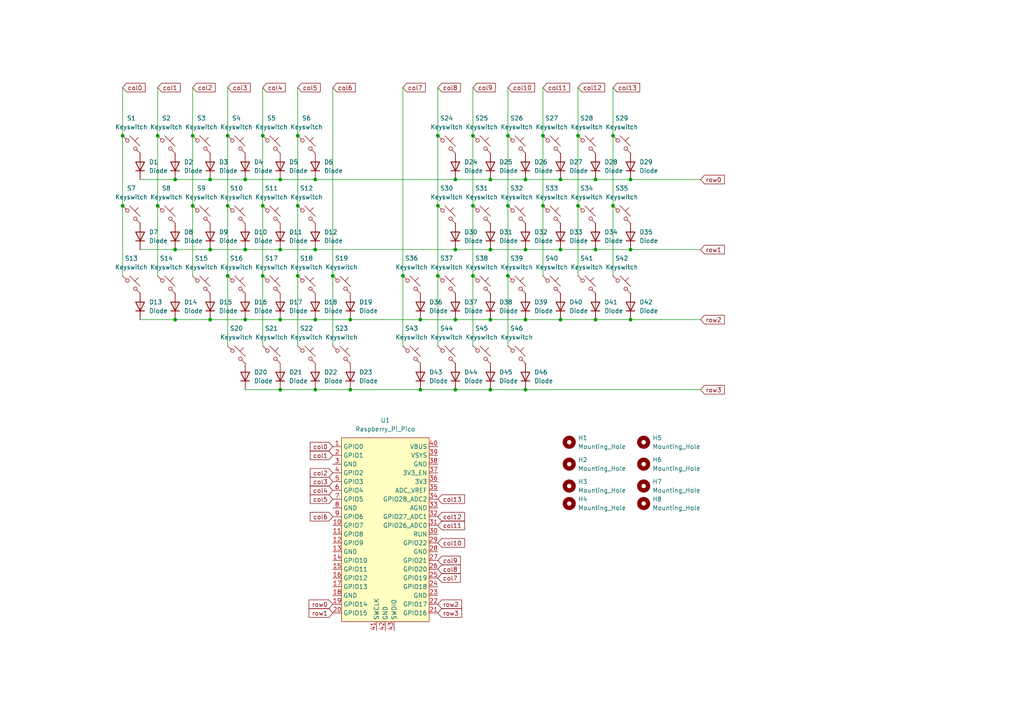
<source format=kicad_sch>
(kicad_sch (version 20230121) (generator eeschema)
  (paper "A4")
  (lib_symbols
    (symbol "ScottoKeebs:MCU_Raspberry_Pi_Pico"
      (property "Reference" "U" (at 0 0 0))
      (property "Value" "Raspberry_Pi_Pico" (at 0 27.94 0))
      (symbol "MCU_Raspberry_Pi_Pico_0_1"
        (rectangle (start -12.7 26.67) (end 12.7 -26.67) (fill (type background)))
      )
      (symbol "MCU_Raspberry_Pi_Pico_1_1"
        (pin bidirectional line (at -15.24 24.13 0) (length 2.54) (name "GPIO0") (number "1"))
        (pin bidirectional line (at -15.24 1.27 0) (length 2.54) (name "GPIO7") (number "10"))
        (pin bidirectional line (at -15.24 -1.27 0) (length 2.54) (name "GPIO8") (number "11"))
        (pin bidirectional line (at -15.24 -3.81 0) (length 2.54) (name "GPIO9") (number "12"))
        (pin power_in line (at -15.24 -6.35 0) (length 2.54) (name "GND") (number "13"))
        (pin bidirectional line (at -15.24 -8.89 0) (length 2.54) (name "GPIO10") (number "14"))
        (pin bidirectional line (at -15.24 -11.43 0) (length 2.54) (name "GPIO11") (number "15"))
        (pin bidirectional line (at -15.24 -13.97 0) (length 2.54) (name "GPIO12") (number "16"))
        (pin bidirectional line (at -15.24 -16.51 0) (length 2.54) (name "GPIO13") (number "17"))
        (pin power_in line (at -15.24 -19.05 0) (length 2.54) (name "GND") (number "18"))
        (pin bidirectional line (at -15.24 -21.59 0) (length 2.54) (name "GPIO14") (number "19"))
        (pin bidirectional line (at -15.24 21.59 0) (length 2.54) (name "GPIO1") (number "2"))
        (pin bidirectional line (at -15.24 -24.13 0) (length 2.54) (name "GPIO15") (number "20"))
        (pin bidirectional line (at 15.24 -24.13 180) (length 2.54) (name "GPIO16") (number "21"))
        (pin bidirectional line (at 15.24 -21.59 180) (length 2.54) (name "GPIO17") (number "22"))
        (pin power_in line (at 15.24 -19.05 180) (length 2.54) (name "GND") (number "23"))
        (pin bidirectional line (at 15.24 -16.51 180) (length 2.54) (name "GPIO18") (number "24"))
        (pin bidirectional line (at 15.24 -13.97 180) (length 2.54) (name "GPIO19") (number "25"))
        (pin bidirectional line (at 15.24 -11.43 180) (length 2.54) (name "GPIO20") (number "26"))
        (pin bidirectional line (at 15.24 -8.89 180) (length 2.54) (name "GPIO21") (number "27"))
        (pin power_in line (at 15.24 -6.35 180) (length 2.54) (name "GND") (number "28"))
        (pin bidirectional line (at 15.24 -3.81 180) (length 2.54) (name "GPIO22") (number "29"))
        (pin power_in line (at -15.24 19.05 0) (length 2.54) (name "GND") (number "3"))
        (pin input line (at 15.24 -1.27 180) (length 2.54) (name "RUN") (number "30"))
        (pin bidirectional line (at 15.24 1.27 180) (length 2.54) (name "GPIO26_ADC0") (number "31"))
        (pin bidirectional line (at 15.24 3.81 180) (length 2.54) (name "GPIO27_ADC1") (number "32"))
        (pin power_in line (at 15.24 6.35 180) (length 2.54) (name "AGND") (number "33"))
        (pin bidirectional line (at 15.24 8.89 180) (length 2.54) (name "GPIO28_ADC2") (number "34"))
        (pin power_in line (at 15.24 11.43 180) (length 2.54) (name "ADC_VREF") (number "35"))
        (pin power_in line (at 15.24 13.97 180) (length 2.54) (name "3V3") (number "36"))
        (pin input line (at 15.24 16.51 180) (length 2.54) (name "3V3_EN") (number "37"))
        (pin bidirectional line (at 15.24 19.05 180) (length 2.54) (name "GND") (number "38"))
        (pin power_in line (at 15.24 21.59 180) (length 2.54) (name "VSYS") (number "39"))
        (pin bidirectional line (at -15.24 16.51 0) (length 2.54) (name "GPIO2") (number "4"))
        (pin power_in line (at 15.24 24.13 180) (length 2.54) (name "VBUS") (number "40"))
        (pin input line (at -2.54 -29.21 90) (length 2.54) (name "SWCLK") (number "41"))
        (pin power_in line (at 0 -29.21 90) (length 2.54) (name "GND") (number "42"))
        (pin bidirectional line (at 2.54 -29.21 90) (length 2.54) (name "SWDIO") (number "43"))
        (pin bidirectional line (at -15.24 13.97 0) (length 2.54) (name "GPIO3") (number "5"))
        (pin bidirectional line (at -15.24 11.43 0) (length 2.54) (name "GPIO4") (number "6"))
        (pin bidirectional line (at -15.24 8.89 0) (length 2.54) (name "GPIO5") (number "7"))
        (pin power_in line (at -15.24 6.35 0) (length 2.54) (name "GND") (number "8"))
        (pin bidirectional line (at -15.24 3.81 0) (length 2.54) (name "GPIO6") (number "9"))
      )
    )
    (symbol "ScottoKeebs:Placeholder_Diode" (pin_numbers hide) (pin_names hide)
      (property "Reference" "D" (at 0 2.54 0))
      (property "Value" "Diode" (at 0 -2.54 0))
      (symbol "Placeholder_Diode_0_1"
        (polyline (pts (xy -1.27 1.27) (xy -1.27 -1.27)) (stroke (width 0.254)))
        (polyline (pts (xy 1.27 0) (xy -1.27 0)))
        (polyline (pts (xy 1.27 1.27) (xy 1.27 -1.27) (xy -1.27 0) (xy 1.27 1.27)) (stroke (width 0.254)))
      )
      (symbol "Placeholder_Diode_1_1"
        (pin passive line (at -3.81 0 0) (length 2.54) (name "K") (number "1"))
        (pin passive line (at 3.81 0 180) (length 2.54) (name "A") (number "2"))
      )
    )
    (symbol "ScottoKeebs:Placeholder_Keyswitch" (pin_numbers hide) (pin_names (offset 1.016) hide)
      (property "Reference" "S" (at 3.048 1.016 0))
      (property "Value" "Keyswitch" (at 0 -3.81 0))
      (symbol "Placeholder_Keyswitch_0_1"
        (circle (center -1.1684 1.1684) (radius 0.508))
        (polyline (pts (xy -0.508 2.54) (xy 2.54 -0.508)))
        (polyline (pts (xy 1.016 1.016) (xy 2.032 2.032)))
        (polyline (pts (xy -2.54 2.54) (xy -1.524 1.524) (xy -1.524 1.524)))
        (polyline (pts (xy 1.524 -1.524) (xy 2.54 -2.54) (xy 2.54 -2.54) (xy 2.54 -2.54)))
        (circle (center 1.143 -1.1938) (radius 0.508))
        (pin passive line (at -2.54 2.54 0) (length 0) (name "1") (number "1"))
        (pin passive line (at 2.54 -2.54 180) (length 0) (name "2") (number "2"))
      )
    )
    (symbol "ScottoKeebs:Placeholder_Mounting_Hole" (pin_names (offset 1.016))
      (property "Reference" "H" (at 0 5.08 0))
      (property "Value" "Mounting_Hole" (at 0 3.175 0))
      (symbol "Placeholder_Mounting_Hole_0_1"
        (circle (center 0 0) (radius 1.27) (stroke (width 1.27)))
      )
    )
  )
  (junction (at 152.4 52.07))
  (junction (at 142.24 92.71))
  (junction (at 86.36 80.01))
  (junction (at 142.24 72.39))
  (junction (at 66.04 39.37))
  (junction (at 71.12 72.39))
  (junction (at 162.56 52.07))
  (junction (at 132.08 113.03))
  (junction (at 60.96 52.07))
  (junction (at 162.56 92.71))
  (junction (at 127 39.37))
  (junction (at 137.16 59.69))
  (junction (at 182.88 52.07))
  (junction (at 167.64 39.37))
  (junction (at 132.08 72.39))
  (junction (at 152.4 92.71))
  (junction (at 121.92 113.03))
  (junction (at 81.28 52.07))
  (junction (at 182.88 92.71))
  (junction (at 147.32 80.01))
  (junction (at 60.96 72.39))
  (junction (at 86.36 59.69))
  (junction (at 91.44 72.39))
  (junction (at 45.72 59.69))
  (junction (at 142.24 52.07))
  (junction (at 66.04 59.69))
  (junction (at 50.8 72.39))
  (junction (at 121.92 92.71))
  (junction (at 76.2 59.69))
  (junction (at 76.2 39.37))
  (junction (at 71.12 92.71))
  (junction (at 132.08 52.07))
  (junction (at 81.28 72.39))
  (junction (at 157.48 39.37))
  (junction (at 66.04 80.01))
  (junction (at 71.12 52.07))
  (junction (at 152.4 113.03))
  (junction (at 167.64 59.69))
  (junction (at 152.4 72.39))
  (junction (at 45.72 39.37))
  (junction (at 35.56 39.37))
  (junction (at 50.8 92.71))
  (junction (at 142.24 113.03))
  (junction (at 55.88 59.69))
  (junction (at 127 80.01))
  (junction (at 127 59.69))
  (junction (at 172.72 52.07))
  (junction (at 147.32 39.37))
  (junction (at 55.88 39.37))
  (junction (at 91.44 92.71))
  (junction (at 116.84 80.01))
  (junction (at 147.32 59.69))
  (junction (at 35.56 59.69))
  (junction (at 86.36 39.37))
  (junction (at 81.28 113.03))
  (junction (at 96.52 80.01))
  (junction (at 162.56 72.39))
  (junction (at 177.8 59.69))
  (junction (at 177.8 39.37))
  (junction (at 60.96 92.71))
  (junction (at 81.28 92.71))
  (junction (at 137.16 39.37))
  (junction (at 132.08 92.71))
  (junction (at 172.72 92.71))
  (junction (at 172.72 72.39))
  (junction (at 182.88 72.39))
  (junction (at 50.8 52.07))
  (junction (at 101.6 92.71))
  (junction (at 137.16 80.01))
  (junction (at 101.6 113.03))
  (junction (at 91.44 113.03))
  (junction (at 91.44 52.07))
  (junction (at 157.48 59.69))
  (junction (at 76.2 80.01))
  (wire (pts (xy 66.04 25.4) (xy 66.04 39.37)))
  (wire (pts (xy 157.48 39.37) (xy 157.48 59.69)))
  (wire (pts (xy 71.12 72.39) (xy 81.28 72.39)))
  (wire (pts (xy 45.72 59.69) (xy 45.72 80.01)))
  (wire (pts (xy 121.92 92.71) (xy 132.08 92.71)))
  (wire (pts (xy 152.4 92.71) (xy 162.56 92.71)))
  (wire (pts (xy 86.36 80.01) (xy 86.36 100.33)))
  (wire (pts (xy 152.4 52.07) (xy 162.56 52.07)))
  (wire (pts (xy 177.8 39.37) (xy 177.8 59.69)))
  (wire (pts (xy 91.44 72.39) (xy 132.08 72.39)))
  (wire (pts (xy 137.16 25.4) (xy 137.16 39.37)))
  (wire (pts (xy 76.2 59.69) (xy 76.2 80.01)))
  (wire (pts (xy 96.52 80.01) (xy 96.52 100.33)))
  (wire (pts (xy 167.64 39.37) (xy 167.64 59.69)))
  (wire (pts (xy 86.36 39.37) (xy 86.36 59.69)))
  (wire (pts (xy 172.72 72.39) (xy 182.88 72.39)))
  (wire (pts (xy 116.84 25.4) (xy 116.84 80.01)))
  (wire (pts (xy 66.04 80.01) (xy 66.04 100.33)))
  (wire (pts (xy 167.64 25.4) (xy 167.64 39.37)))
  (wire (pts (xy 66.04 39.37) (xy 66.04 59.69)))
  (wire (pts (xy 137.16 39.37) (xy 137.16 59.69)))
  (wire (pts (xy 162.56 52.07) (xy 172.72 52.07)))
  (wire (pts (xy 147.32 39.37) (xy 147.32 59.69)))
  (wire (pts (xy 127 25.4) (xy 127 39.37)))
  (wire (pts (xy 137.16 80.01) (xy 137.16 100.33)))
  (wire (pts (xy 60.96 52.07) (xy 71.12 52.07)))
  (wire (pts (xy 40.64 52.07) (xy 50.8 52.07)))
  (wire (pts (xy 81.28 92.71) (xy 91.44 92.71)))
  (wire (pts (xy 45.72 39.37) (xy 45.72 59.69)))
  (wire (pts (xy 76.2 80.01) (xy 76.2 100.33)))
  (wire (pts (xy 76.2 39.37) (xy 76.2 59.69)))
  (wire (pts (xy 127 80.01) (xy 127 100.33)))
  (wire (pts (xy 91.44 92.71) (xy 101.6 92.71)))
  (wire (pts (xy 152.4 113.03) (xy 203.2 113.03)))
  (wire (pts (xy 101.6 92.71) (xy 121.92 92.71)))
  (wire (pts (xy 116.84 80.01) (xy 116.84 100.33)))
  (wire (pts (xy 50.8 92.71) (xy 60.96 92.71)))
  (wire (pts (xy 142.24 52.07) (xy 152.4 52.07)))
  (wire (pts (xy 91.44 52.07) (xy 132.08 52.07)))
  (wire (pts (xy 137.16 59.69) (xy 137.16 80.01)))
  (wire (pts (xy 50.8 72.39) (xy 60.96 72.39)))
  (wire (pts (xy 132.08 113.03) (xy 142.24 113.03)))
  (wire (pts (xy 35.56 59.69) (xy 35.56 80.01)))
  (wire (pts (xy 81.28 113.03) (xy 91.44 113.03)))
  (wire (pts (xy 45.72 25.4) (xy 45.72 39.37)))
  (wire (pts (xy 86.36 25.4) (xy 86.36 39.37)))
  (wire (pts (xy 182.88 72.39) (xy 203.2 72.39)))
  (wire (pts (xy 71.12 113.03) (xy 81.28 113.03)))
  (wire (pts (xy 50.8 52.07) (xy 60.96 52.07)))
  (wire (pts (xy 71.12 92.71) (xy 81.28 92.71)))
  (wire (pts (xy 35.56 39.37) (xy 35.56 59.69)))
  (wire (pts (xy 96.52 25.4) (xy 96.52 80.01)))
  (wire (pts (xy 76.2 25.4) (xy 76.2 39.37)))
  (wire (pts (xy 177.8 59.69) (xy 177.8 80.01)))
  (wire (pts (xy 167.64 59.69) (xy 167.64 80.01)))
  (wire (pts (xy 142.24 72.39) (xy 152.4 72.39)))
  (wire (pts (xy 147.32 25.4) (xy 147.32 39.37)))
  (wire (pts (xy 132.08 72.39) (xy 142.24 72.39)))
  (wire (pts (xy 35.56 25.4) (xy 35.56 39.37)))
  (wire (pts (xy 91.44 113.03) (xy 101.6 113.03)))
  (wire (pts (xy 55.88 25.4) (xy 55.88 39.37)))
  (wire (pts (xy 162.56 72.39) (xy 172.72 72.39)))
  (wire (pts (xy 147.32 59.69) (xy 147.32 80.01)))
  (wire (pts (xy 172.72 92.71) (xy 182.88 92.71)))
  (wire (pts (xy 127 39.37) (xy 127 59.69)))
  (wire (pts (xy 81.28 72.39) (xy 91.44 72.39)))
  (wire (pts (xy 55.88 59.69) (xy 55.88 80.01)))
  (wire (pts (xy 147.32 80.01) (xy 147.32 100.33)))
  (wire (pts (xy 71.12 52.07) (xy 81.28 52.07)))
  (wire (pts (xy 60.96 92.71) (xy 71.12 92.71)))
  (wire (pts (xy 157.48 25.4) (xy 157.48 39.37)))
  (wire (pts (xy 142.24 113.03) (xy 152.4 113.03)))
  (wire (pts (xy 132.08 92.71) (xy 142.24 92.71)))
  (wire (pts (xy 182.88 92.71) (xy 203.2 92.71)))
  (wire (pts (xy 81.28 52.07) (xy 91.44 52.07)))
  (wire (pts (xy 152.4 72.39) (xy 162.56 72.39)))
  (wire (pts (xy 182.88 52.07) (xy 203.2 52.07)))
  (wire (pts (xy 177.8 25.4) (xy 177.8 39.37)))
  (wire (pts (xy 66.04 59.69) (xy 66.04 80.01)))
  (wire (pts (xy 172.72 52.07) (xy 182.88 52.07)))
  (wire (pts (xy 40.64 72.39) (xy 50.8 72.39)))
  (wire (pts (xy 101.6 113.03) (xy 121.92 113.03)))
  (wire (pts (xy 162.56 92.71) (xy 172.72 92.71)))
  (wire (pts (xy 60.96 72.39) (xy 71.12 72.39)))
  (wire (pts (xy 40.64 92.71) (xy 50.8 92.71)))
  (wire (pts (xy 132.08 52.07) (xy 142.24 52.07)))
  (wire (pts (xy 127 59.69) (xy 127 80.01)))
  (wire (pts (xy 55.88 39.37) (xy 55.88 59.69)))
  (wire (pts (xy 142.24 92.71) (xy 152.4 92.71)))
  (wire (pts (xy 86.36 59.69) (xy 86.36 80.01)))
  (wire (pts (xy 121.92 113.03) (xy 132.08 113.03)))
  (wire (pts (xy 157.48 59.69) (xy 157.48 80.01)))
  (global_label "row0" (shape input) (at 203.2 52.07 0) (property "Intersheetrefs" "${INTERSHEET_REFS}" (effects hide)))
  (global_label "col13" (shape input) (at 127 144.78 0) (property "Intersheetrefs" "${INTERSHEET_REFS}" (effects hide)))
  (global_label "col12" (shape input) (at 127 149.86 0) (property "Intersheetrefs" "${INTERSHEET_REFS}" (effects hide)))
  (global_label "row3" (shape input) (at 203.2 113.03 0) (property "Intersheetrefs" "${INTERSHEET_REFS}" (effects hide)))
  (global_label "col8" (shape input) (at 127 165.1 0) (property "Intersheetrefs" "${INTERSHEET_REFS}" (effects hide)))
  (global_label "col0" (shape input) (at 96.52 129.54 180) (property "Intersheetrefs" "${INTERSHEET_REFS}" (effects hide)))
  (global_label "row1" (shape input) (at 96.52 177.8 180) (property "Intersheetrefs" "${INTERSHEET_REFS}" (effects hide)))
  (global_label "col7" (shape input) (at 127 167.64 0) (property "Intersheetrefs" "${INTERSHEET_REFS}" (effects hide)))
  (global_label "col4" (shape input) (at 76.2 25.4 0) (property "Intersheetrefs" "${INTERSHEET_REFS}" (effects hide)))
  (global_label "row2" (shape input) (at 127 175.26 0) (property "Intersheetrefs" "${INTERSHEET_REFS}" (effects hide)))
  (global_label "row0" (shape input) (at 96.52 175.26 180) (property "Intersheetrefs" "${INTERSHEET_REFS}" (effects hide)))
  (global_label "col1" (shape input) (at 45.72 25.4 0) (property "Intersheetrefs" "${INTERSHEET_REFS}" (effects hide)))
  (global_label "col5" (shape input) (at 86.36 25.4 0) (property "Intersheetrefs" "${INTERSHEET_REFS}" (effects hide)))
  (global_label "col6" (shape input) (at 96.52 149.86 180) (property "Intersheetrefs" "${INTERSHEET_REFS}" (effects hide)))
  (global_label "row3" (shape input) (at 127 177.8 0) (property "Intersheetrefs" "${INTERSHEET_REFS}" (effects hide)))
  (global_label "col4" (shape input) (at 96.52 142.24 180) (property "Intersheetrefs" "${INTERSHEET_REFS}" (effects hide)))
  (global_label "col2" (shape input) (at 96.52 137.16 180) (property "Intersheetrefs" "${INTERSHEET_REFS}" (effects hide)))
  (global_label "col8" (shape input) (at 127 25.4 0) (property "Intersheetrefs" "${INTERSHEET_REFS}" (effects hide)))
  (global_label "col10" (shape input) (at 127 157.48 0) (property "Intersheetrefs" "${INTERSHEET_REFS}" (effects hide)))
  (global_label "row2" (shape input) (at 203.2 92.71 0) (property "Intersheetrefs" "${INTERSHEET_REFS}" (effects hide)))
  (global_label "col10" (shape input) (at 147.32 25.4 0) (property "Intersheetrefs" "${INTERSHEET_REFS}" (effects hide)))
  (global_label "row1" (shape input) (at 203.2 72.39 0) (property "Intersheetrefs" "${INTERSHEET_REFS}" (effects hide)))
  (global_label "col12" (shape input) (at 167.64 25.4 0) (property "Intersheetrefs" "${INTERSHEET_REFS}" (effects hide)))
  (global_label "col3" (shape input) (at 66.04 25.4 0) (property "Intersheetrefs" "${INTERSHEET_REFS}" (effects hide)))
  (global_label "col7" (shape input) (at 116.84 25.4 0) (property "Intersheetrefs" "${INTERSHEET_REFS}" (effects hide)))
  (global_label "col11" (shape input) (at 157.48 25.4 0) (property "Intersheetrefs" "${INTERSHEET_REFS}" (effects hide)))
  (global_label "col13" (shape input) (at 177.8 25.4 0) (property "Intersheetrefs" "${INTERSHEET_REFS}" (effects hide)))
  (global_label "col0" (shape input) (at 35.56 25.4 0) (property "Intersheetrefs" "${INTERSHEET_REFS}" (effects hide)))
  (global_label "col6" (shape input) (at 96.52 25.4 0) (property "Intersheetrefs" "${INTERSHEET_REFS}" (effects hide)))
  (global_label "col9" (shape input) (at 127 162.56 0) (property "Intersheetrefs" "${INTERSHEET_REFS}" (effects hide)))
  (global_label "col9" (shape input) (at 137.16 25.4 0) (property "Intersheetrefs" "${INTERSHEET_REFS}" (effects hide)))
  (global_label "col5" (shape input) (at 96.52 144.78 180) (property "Intersheetrefs" "${INTERSHEET_REFS}" (effects hide)))
  (global_label "col11" (shape input) (at 127 152.4 0) (property "Intersheetrefs" "${INTERSHEET_REFS}" (effects hide)))
  (global_label "col1" (shape input) (at 96.52 132.08 180) (property "Intersheetrefs" "${INTERSHEET_REFS}" (effects hide)))
  (global_label "col3" (shape input) (at 96.52 139.7 180) (property "Intersheetrefs" "${INTERSHEET_REFS}" (effects hide)))
  (global_label "col2" (shape input) (at 55.88 25.4 0) (property "Intersheetrefs" "${INTERSHEET_REFS}" (effects hide)))
  (symbol (lib_id "ScottoKeebs:Placeholder_Diode") (at 50.8 48.26 90) (unit 1)
    (property "Reference" "D2" (at 53.34 46.99 90) (effects (justify right)))
    (property "Value" "Diode" (at 53.34 49.53 90) (effects (justify right)))
    (property "Footprint" "ScottoKeebs_Components:Diode_DO-35" (effects hide))
    (property "Sim.Device" "D" (effects hide))
    (property "Sim.Pins" "1=K 2=A" (effects hide))
  )
  (symbol (lib_id "ScottoKeebs:Placeholder_Diode") (at 81.28 68.58 90) (unit 1)
    (property "Reference" "D11" (at 83.82 67.31 90) (effects (justify right)))
    (property "Value" "Diode" (at 83.82 69.85 90) (effects (justify right)))
    (property "Footprint" "ScottoKeebs_Components:Diode_DO-35" (effects hide))
    (property "Sim.Device" "D" (effects hide))
    (property "Sim.Pins" "1=K 2=A" (effects hide))
  )
  (symbol (lib_id "ScottoKeebs:Placeholder_Keyswitch") (at 48.26 82.55 0) (unit 1)
    (property "Reference" "S14" (at 48.26 74.93 0))
    (property "Value" "Keyswitch" (at 48.26 77.47 0))
    (property "Footprint" "ScottoKeebs_MX:MX_PCB_1.00u" (effects hide))
  )
  (symbol (lib_id "ScottoKeebs:Placeholder_Diode") (at 101.6 109.22 90) (unit 1)
    (property "Reference" "D23" (at 104.14 107.95 90) (effects (justify right)))
    (property "Value" "Diode" (at 104.14 110.49 90) (effects (justify right)))
    (property "Footprint" "ScottoKeebs_Components:Diode_DO-35" (effects hide))
    (property "Sim.Device" "D" (effects hide))
    (property "Sim.Pins" "1=K 2=A" (effects hide))
  )
  (symbol (lib_id "ScottoKeebs:Placeholder_Keyswitch") (at 78.74 102.87 0) (unit 1)
    (property "Reference" "S21" (at 78.74 95.25 0))
    (property "Value" "Keyswitch" (at 78.74 97.79 0))
    (property "Footprint" "ScottoKeebs_MX:MX_PCB_1.00u" (effects hide))
  )
  (symbol (lib_id "ScottoKeebs:Placeholder_Diode") (at 60.96 88.9 90) (unit 1)
    (property "Reference" "D15" (at 63.5 87.63 90) (effects (justify right)))
    (property "Value" "Diode" (at 63.5 90.17 90) (effects (justify right)))
    (property "Footprint" "ScottoKeebs_Components:Diode_DO-35" (effects hide))
    (property "Sim.Device" "D" (effects hide))
    (property "Sim.Pins" "1=K 2=A" (effects hide))
  )
  (symbol (lib_id "ScottoKeebs:Placeholder_Keyswitch") (at 68.58 82.55 0) (unit 1)
    (property "Reference" "S16" (at 68.58 74.93 0))
    (property "Value" "Keyswitch" (at 68.58 77.47 0))
    (property "Footprint" "ScottoKeebs_MX:MX_PCB_1.00u" (effects hide))
  )
  (symbol (lib_id "ScottoKeebs:Placeholder_Diode") (at 172.72 88.9 90) (unit 1)
    (property "Reference" "D41" (at 175.26 87.63 90) (effects (justify right)))
    (property "Value" "Diode" (at 175.26 90.17 90) (effects (justify right)))
    (property "Footprint" "ScottoKeebs_Components:Diode_DO-35" (effects hide))
    (property "Sim.Device" "D" (effects hide))
    (property "Sim.Pins" "1=K 2=A" (effects hide))
  )
  (symbol (lib_id "ScottoKeebs:Placeholder_Keyswitch") (at 149.86 82.55 0) (unit 1)
    (property "Reference" "S39" (at 149.86 74.93 0))
    (property "Value" "Keyswitch" (at 149.86 77.47 0))
    (property "Footprint" "ScottoKeebs_MX:MX_PCB_1.00u" (effects hide))
  )
  (symbol (lib_id "ScottoKeebs:Placeholder_Keyswitch") (at 129.54 102.87 0) (unit 1)
    (property "Reference" "S44" (at 129.54 95.25 0))
    (property "Value" "Keyswitch" (at 129.54 97.79 0))
    (property "Footprint" "ScottoKeebs_MX:MX_PCB_1.00u" (effects hide))
  )
  (symbol (lib_id "ScottoKeebs:Placeholder_Mounting_Hole") (at 186.69 134.62 0) (unit 1)
    (property "Reference" "H6" (at 189.23 133.35 0) (effects (justify left)))
    (property "Value" "Mounting_Hole" (at 189.23 135.89 0) (effects (justify left)))
    (property "Footprint" "MountingHole:MountingHole_2.2mm_M2" (effects hide))
  )
  (symbol (lib_id "ScottoKeebs:Placeholder_Diode") (at 152.4 109.22 90) (unit 1)
    (property "Reference" "D46" (at 154.94 107.95 90) (effects (justify right)))
    (property "Value" "Diode" (at 154.94 110.49 90) (effects (justify right)))
    (property "Footprint" "ScottoKeebs_Components:Diode_DO-35" (effects hide))
    (property "Sim.Device" "D" (effects hide))
    (property "Sim.Pins" "1=K 2=A" (effects hide))
  )
  (symbol (lib_id "ScottoKeebs:Placeholder_Diode") (at 152.4 88.9 90) (unit 1)
    (property "Reference" "D39" (at 154.94 87.63 90) (effects (justify right)))
    (property "Value" "Diode" (at 154.94 90.17 90) (effects (justify right)))
    (property "Footprint" "ScottoKeebs_Components:Diode_DO-35" (effects hide))
    (property "Sim.Device" "D" (effects hide))
    (property "Sim.Pins" "1=K 2=A" (effects hide))
  )
  (symbol (lib_id "ScottoKeebs:Placeholder_Diode") (at 182.88 88.9 90) (unit 1)
    (property "Reference" "D42" (at 185.42 87.63 90) (effects (justify right)))
    (property "Value" "Diode" (at 185.42 90.17 90) (effects (justify right)))
    (property "Footprint" "ScottoKeebs_Components:Diode_DO-35" (effects hide))
    (property "Sim.Device" "D" (effects hide))
    (property "Sim.Pins" "1=K 2=A" (effects hide))
  )
  (symbol (lib_id "ScottoKeebs:Placeholder_Diode") (at 121.92 109.22 90) (unit 1)
    (property "Reference" "D43" (at 124.46 107.95 90) (effects (justify right)))
    (property "Value" "Diode" (at 124.46 110.49 90) (effects (justify right)))
    (property "Footprint" "ScottoKeebs_Components:Diode_DO-35" (effects hide))
    (property "Sim.Device" "D" (effects hide))
    (property "Sim.Pins" "1=K 2=A" (effects hide))
  )
  (symbol (lib_id "ScottoKeebs:Placeholder_Keyswitch") (at 88.9 102.87 0) (unit 1)
    (property "Reference" "S22" (at 88.9 95.25 0))
    (property "Value" "Keyswitch" (at 88.9 97.79 0))
    (property "Footprint" "ScottoKeebs_MX:MX_PCB_1.00u" (effects hide))
  )
  (symbol (lib_id "ScottoKeebs:Placeholder_Diode") (at 142.24 68.58 90) (unit 1)
    (property "Reference" "D31" (at 144.78 67.31 90) (effects (justify right)))
    (property "Value" "Diode" (at 144.78 69.85 90) (effects (justify right)))
    (property "Footprint" "ScottoKeebs_Components:Diode_DO-35" (effects hide))
    (property "Sim.Device" "D" (effects hide))
    (property "Sim.Pins" "1=K 2=A" (effects hide))
  )
  (symbol (lib_id "ScottoKeebs:Placeholder_Keyswitch") (at 139.7 102.87 0) (unit 1)
    (property "Reference" "S45" (at 139.7 95.25 0))
    (property "Value" "Keyswitch" (at 139.7 97.79 0))
    (property "Footprint" "ScottoKeebs_MX:MX_PCB_1.00u" (effects hide))
  )
  (symbol (lib_id "ScottoKeebs:Placeholder_Keyswitch") (at 119.38 102.87 0) (unit 1)
    (property "Reference" "S43" (at 119.38 95.25 0))
    (property "Value" "Keyswitch" (at 119.38 97.79 0))
    (property "Footprint" "ScottoKeebs_MX:MX_PCB_1.00u" (effects hide))
  )
  (symbol (lib_id "ScottoKeebs:Placeholder_Diode") (at 60.96 48.26 90) (unit 1)
    (property "Reference" "D3" (at 63.5 46.99 90) (effects (justify right)))
    (property "Value" "Diode" (at 63.5 49.53 90) (effects (justify right)))
    (property "Footprint" "ScottoKeebs_Components:Diode_DO-35" (effects hide))
    (property "Sim.Device" "D" (effects hide))
    (property "Sim.Pins" "1=K 2=A" (effects hide))
  )
  (symbol (lib_id "ScottoKeebs:Placeholder_Diode") (at 81.28 109.22 90) (unit 1)
    (property "Reference" "D21" (at 83.82 107.95 90) (effects (justify right)))
    (property "Value" "Diode" (at 83.82 110.49 90) (effects (justify right)))
    (property "Footprint" "ScottoKeebs_Components:Diode_DO-35" (effects hide))
    (property "Sim.Device" "D" (effects hide))
    (property "Sim.Pins" "1=K 2=A" (effects hide))
  )
  (symbol (lib_id "ScottoKeebs:Placeholder_Diode") (at 81.28 48.26 90) (unit 1)
    (property "Reference" "D5" (at 83.82 46.99 90) (effects (justify right)))
    (property "Value" "Diode" (at 83.82 49.53 90) (effects (justify right)))
    (property "Footprint" "ScottoKeebs_Components:Diode_DO-35" (effects hide))
    (property "Sim.Device" "D" (effects hide))
    (property "Sim.Pins" "1=K 2=A" (effects hide))
  )
  (symbol (lib_id "ScottoKeebs:Placeholder_Diode") (at 101.6 88.9 90) (unit 1)
    (property "Reference" "D19" (at 104.14 87.63 90) (effects (justify right)))
    (property "Value" "Diode" (at 104.14 90.17 90) (effects (justify right)))
    (property "Footprint" "ScottoKeebs_Components:Diode_DO-35" (effects hide))
    (property "Sim.Device" "D" (effects hide))
    (property "Sim.Pins" "1=K 2=A" (effects hide))
  )
  (symbol (lib_id "ScottoKeebs:Placeholder_Keyswitch") (at 160.02 41.91 0) (unit 1)
    (property "Reference" "S27" (at 160.02 34.29 0))
    (property "Value" "Keyswitch" (at 160.02 36.83 0))
    (property "Footprint" "ScottoKeebs_MX:MX_PCB_1.00u" (effects hide))
  )
  (symbol (lib_id "ScottoKeebs:Placeholder_Diode") (at 40.64 88.9 90) (unit 1)
    (property "Reference" "D13" (at 43.18 87.63 90) (effects (justify right)))
    (property "Value" "Diode" (at 43.18 90.17 90) (effects (justify right)))
    (property "Footprint" "ScottoKeebs_Components:Diode_DO-35" (effects hide))
    (property "Sim.Device" "D" (effects hide))
    (property "Sim.Pins" "1=K 2=A" (effects hide))
  )
  (symbol (lib_id "ScottoKeebs:Placeholder_Mounting_Hole") (at 186.69 128.27 0) (unit 1)
    (property "Reference" "H5" (at 189.23 127 0) (effects (justify left)))
    (property "Value" "Mounting_Hole" (at 189.23 129.54 0) (effects (justify left)))
    (property "Footprint" "MountingHole:MountingHole_2.2mm_M2" (effects hide))
  )
  (symbol (lib_id "ScottoKeebs:Placeholder_Diode") (at 91.44 109.22 90) (unit 1)
    (property "Reference" "D22" (at 93.98 107.95 90) (effects (justify right)))
    (property "Value" "Diode" (at 93.98 110.49 90) (effects (justify right)))
    (property "Footprint" "ScottoKeebs_Components:Diode_DO-35" (effects hide))
    (property "Sim.Device" "D" (effects hide))
    (property "Sim.Pins" "1=K 2=A" (effects hide))
  )
  (symbol (lib_id "ScottoKeebs:Placeholder_Keyswitch") (at 38.1 82.55 0) (unit 1)
    (property "Reference" "S13" (at 38.1 74.93 0))
    (property "Value" "Keyswitch" (at 38.1 77.47 0))
    (property "Footprint" "ScottoKeebs_MX:MX_PCB_1.00u" (effects hide))
  )
  (symbol (lib_id "ScottoKeebs:Placeholder_Diode") (at 162.56 48.26 90) (unit 1)
    (property "Reference" "D27" (at 165.1 46.99 90) (effects (justify right)))
    (property "Value" "Diode" (at 165.1 49.53 90) (effects (justify right)))
    (property "Footprint" "ScottoKeebs_Components:Diode_DO-35" (effects hide))
    (property "Sim.Device" "D" (effects hide))
    (property "Sim.Pins" "1=K 2=A" (effects hide))
  )
  (symbol (lib_id "ScottoKeebs:Placeholder_Diode") (at 60.96 68.58 90) (unit 1)
    (property "Reference" "D9" (at 63.5 67.31 90) (effects (justify right)))
    (property "Value" "Diode" (at 63.5 69.85 90) (effects (justify right)))
    (property "Footprint" "ScottoKeebs_Components:Diode_DO-35" (effects hide))
    (property "Sim.Device" "D" (effects hide))
    (property "Sim.Pins" "1=K 2=A" (effects hide))
  )
  (symbol (lib_id "ScottoKeebs:Placeholder_Diode") (at 152.4 68.58 90) (unit 1)
    (property "Reference" "D32" (at 154.94 67.31 90) (effects (justify right)))
    (property "Value" "Diode" (at 154.94 69.85 90) (effects (justify right)))
    (property "Footprint" "ScottoKeebs_Components:Diode_DO-35" (effects hide))
    (property "Sim.Device" "D" (effects hide))
    (property "Sim.Pins" "1=K 2=A" (effects hide))
  )
  (symbol (lib_id "ScottoKeebs:Placeholder_Mounting_Hole") (at 165.1 134.62 0) (unit 1)
    (property "Reference" "H2" (at 167.64 133.35 0) (effects (justify left)))
    (property "Value" "Mounting_Hole" (at 167.64 135.89 0) (effects (justify left)))
    (property "Footprint" "MountingHole:MountingHole_2.2mm_M2" (effects hide))
  )
  (symbol (lib_id "ScottoKeebs:Placeholder_Diode") (at 71.12 68.58 90) (unit 1)
    (property "Reference" "D10" (at 73.66 67.31 90) (effects (justify right)))
    (property "Value" "Diode" (at 73.66 69.85 90) (effects (justify right)))
    (property "Footprint" "ScottoKeebs_Components:Diode_DO-35" (effects hide))
    (property "Sim.Device" "D" (effects hide))
    (property "Sim.Pins" "1=K 2=A" (effects hide))
  )
  (symbol (lib_id "ScottoKeebs:Placeholder_Keyswitch") (at 180.34 41.91 0) (unit 1)
    (property "Reference" "S29" (at 180.34 34.29 0))
    (property "Value" "Keyswitch" (at 180.34 36.83 0))
    (property "Footprint" "ScottoKeebs_MX:MX_PCB_1.00u" (effects hide))
  )
  (symbol (lib_id "ScottoKeebs:Placeholder_Keyswitch") (at 88.9 41.91 0) (unit 1)
    (property "Reference" "S6" (at 88.9 34.29 0))
    (property "Value" "Keyswitch" (at 88.9 36.83 0))
    (property "Footprint" "ScottoKeebs_MX:MX_PCB_1.00u" (effects hide))
  )
  (symbol (lib_id "ScottoKeebs:Placeholder_Keyswitch") (at 119.38 82.55 0) (unit 1)
    (property "Reference" "S36" (at 119.38 74.93 0))
    (property "Value" "Keyswitch" (at 119.38 77.47 0))
    (property "Footprint" "ScottoKeebs_MX:MX_PCB_1.00u" (effects hide))
  )
  (symbol (lib_id "ScottoKeebs:Placeholder_Diode") (at 132.08 68.58 90) (unit 1)
    (property "Reference" "D30" (at 134.62 67.31 90) (effects (justify right)))
    (property "Value" "Diode" (at 134.62 69.85 90) (effects (justify right)))
    (property "Footprint" "ScottoKeebs_Components:Diode_DO-35" (effects hide))
    (property "Sim.Device" "D" (effects hide))
    (property "Sim.Pins" "1=K 2=A" (effects hide))
  )
  (symbol (lib_id "ScottoKeebs:Placeholder_Diode") (at 71.12 48.26 90) (unit 1)
    (property "Reference" "D4" (at 73.66 46.99 90) (effects (justify right)))
    (property "Value" "Diode" (at 73.66 49.53 90) (effects (justify right)))
    (property "Footprint" "ScottoKeebs_Components:Diode_DO-35" (effects hide))
    (property "Sim.Device" "D" (effects hide))
    (property "Sim.Pins" "1=K 2=A" (effects hide))
  )
  (symbol (lib_id "ScottoKeebs:Placeholder_Keyswitch") (at 170.18 62.23 0) (unit 1)
    (property "Reference" "S34" (at 170.18 54.61 0))
    (property "Value" "Keyswitch" (at 170.18 57.15 0))
    (property "Footprint" "ScottoKeebs_MX:MX_PCB_1.00u" (effects hide))
  )
  (symbol (lib_id "ScottoKeebs:Placeholder_Diode") (at 50.8 88.9 90) (unit 1)
    (property "Reference" "D14" (at 53.34 87.63 90) (effects (justify right)))
    (property "Value" "Diode" (at 53.34 90.17 90) (effects (justify right)))
    (property "Footprint" "ScottoKeebs_Components:Diode_DO-35" (effects hide))
    (property "Sim.Device" "D" (effects hide))
    (property "Sim.Pins" "1=K 2=A" (effects hide))
  )
  (symbol (lib_id "ScottoKeebs:Placeholder_Diode") (at 162.56 68.58 90) (unit 1)
    (property "Reference" "D33" (at 165.1 67.31 90) (effects (justify right)))
    (property "Value" "Diode" (at 165.1 69.85 90) (effects (justify right)))
    (property "Footprint" "ScottoKeebs_Components:Diode_DO-35" (effects hide))
    (property "Sim.Device" "D" (effects hide))
    (property "Sim.Pins" "1=K 2=A" (effects hide))
  )
  (symbol (lib_id "ScottoKeebs:Placeholder_Keyswitch") (at 58.42 62.23 0) (unit 1)
    (property "Reference" "S9" (at 58.42 54.61 0))
    (property "Value" "Keyswitch" (at 58.42 57.15 0))
    (property "Footprint" "ScottoKeebs_MX:MX_PCB_1.00u" (effects hide))
  )
  (symbol (lib_id "ScottoKeebs:Placeholder_Keyswitch") (at 149.86 62.23 0) (unit 1)
    (property "Reference" "S32" (at 149.86 54.61 0))
    (property "Value" "Keyswitch" (at 149.86 57.15 0))
    (property "Footprint" "ScottoKeebs_MX:MX_PCB_1.00u" (effects hide))
  )
  (symbol (lib_id "ScottoKeebs:Placeholder_Diode") (at 91.44 88.9 90) (unit 1)
    (property "Reference" "D18" (at 93.98 87.63 90) (effects (justify right)))
    (property "Value" "Diode" (at 93.98 90.17 90) (effects (justify right)))
    (property "Footprint" "ScottoKeebs_Components:Diode_DO-35" (effects hide))
    (property "Sim.Device" "D" (effects hide))
    (property "Sim.Pins" "1=K 2=A" (effects hide))
  )
  (symbol (lib_id "ScottoKeebs:Placeholder_Diode") (at 142.24 109.22 90) (unit 1)
    (property "Reference" "D45" (at 144.78 107.95 90) (effects (justify right)))
    (property "Value" "Diode" (at 144.78 110.49 90) (effects (justify right)))
    (property "Footprint" "ScottoKeebs_Components:Diode_DO-35" (effects hide))
    (property "Sim.Device" "D" (effects hide))
    (property "Sim.Pins" "1=K 2=A" (effects hide))
  )
  (symbol (lib_id "ScottoKeebs:Placeholder_Keyswitch") (at 160.02 82.55 0) (unit 1)
    (property "Reference" "S40" (at 160.02 74.93 0))
    (property "Value" "Keyswitch" (at 160.02 77.47 0))
    (property "Footprint" "ScottoKeebs_MX:MX_PCB_1.00u" (effects hide))
  )
  (symbol (lib_id "ScottoKeebs:Placeholder_Keyswitch") (at 139.7 41.91 0) (unit 1)
    (property "Reference" "S25" (at 139.7 34.29 0))
    (property "Value" "Keyswitch" (at 139.7 36.83 0))
    (property "Footprint" "ScottoKeebs_MX:MX_PCB_1.00u" (effects hide))
  )
  (symbol (lib_id "ScottoKeebs:Placeholder_Keyswitch") (at 129.54 41.91 0) (unit 1)
    (property "Reference" "S24" (at 129.54 34.29 0))
    (property "Value" "Keyswitch" (at 129.54 36.83 0))
    (property "Footprint" "ScottoKeebs_MX:MX_PCB_1.00u" (effects hide))
  )
  (symbol (lib_id "ScottoKeebs:Placeholder_Mounting_Hole") (at 165.1 128.27 0) (unit 1)
    (property "Reference" "H1" (at 167.64 127 0) (effects (justify left)))
    (property "Value" "Mounting_Hole" (at 167.64 129.54 0) (effects (justify left)))
    (property "Footprint" "MountingHole:MountingHole_2.2mm_M2" (effects hide))
  )
  (symbol (lib_id "ScottoKeebs:Placeholder_Diode") (at 152.4 48.26 90) (unit 1)
    (property "Reference" "D26" (at 154.94 46.99 90) (effects (justify right)))
    (property "Value" "Diode" (at 154.94 49.53 90) (effects (justify right)))
    (property "Footprint" "ScottoKeebs_Components:Diode_DO-35" (effects hide))
    (property "Sim.Device" "D" (effects hide))
    (property "Sim.Pins" "1=K 2=A" (effects hide))
  )
  (symbol (lib_id "ScottoKeebs:MCU_Raspberry_Pi_Pico") (at 111.76 153.67 0) (unit 1)
    (property "Reference" "U1" (at 111.76 121.92 0))
    (property "Value" "Raspberry_Pi_Pico" (at 111.76 124.46 0))
    (property "Footprint" "ScottoKeebs_MCU:Raspberry_Pi_Pico" (effects hide))
  )
  (symbol (lib_id "ScottoKeebs:Placeholder_Keyswitch") (at 88.9 62.23 0) (unit 1)
    (property "Reference" "S12" (at 88.9 54.61 0))
    (property "Value" "Keyswitch" (at 88.9 57.15 0))
    (property "Footprint" "ScottoKeebs_MX:MX_PCB_1.00u" (effects hide))
  )
  (symbol (lib_id "ScottoKeebs:Placeholder_Mounting_Hole") (at 186.69 146.05 0) (unit 1)
    (property "Reference" "H8" (at 189.23 144.78 0) (effects (justify left)))
    (property "Value" "Mounting_Hole" (at 189.23 147.32 0) (effects (justify left)))
    (property "Footprint" "MountingHole:MountingHole_2.2mm_M2" (effects hide))
  )
  (symbol (lib_id "ScottoKeebs:Placeholder_Diode") (at 50.8 68.58 90) (unit 1)
    (property "Reference" "D8" (at 53.34 67.31 90) (effects (justify right)))
    (property "Value" "Diode" (at 53.34 69.85 90) (effects (justify right)))
    (property "Footprint" "ScottoKeebs_Components:Diode_DO-35" (effects hide))
    (property "Sim.Device" "D" (effects hide))
    (property "Sim.Pins" "1=K 2=A" (effects hide))
  )
  (symbol (lib_id "ScottoKeebs:Placeholder_Keyswitch") (at 180.34 62.23 0) (unit 1)
    (property "Reference" "S35" (at 180.34 54.61 0))
    (property "Value" "Keyswitch" (at 180.34 57.15 0))
    (property "Footprint" "ScottoKeebs_MX:MX_PCB_1.00u" (effects hide))
  )
  (symbol (lib_id "ScottoKeebs:Placeholder_Diode") (at 142.24 88.9 90) (unit 1)
    (property "Reference" "D38" (at 144.78 87.63 90) (effects (justify right)))
    (property "Value" "Diode" (at 144.78 90.17 90) (effects (justify right)))
    (property "Footprint" "ScottoKeebs_Components:Diode_DO-35" (effects hide))
    (property "Sim.Device" "D" (effects hide))
    (property "Sim.Pins" "1=K 2=A" (effects hide))
  )
  (symbol (lib_id "ScottoKeebs:Placeholder_Diode") (at 172.72 48.26 90) (unit 1)
    (property "Reference" "D28" (at 175.26 46.99 90) (effects (justify right)))
    (property "Value" "Diode" (at 175.26 49.53 90) (effects (justify right)))
    (property "Footprint" "ScottoKeebs_Components:Diode_DO-35" (effects hide))
    (property "Sim.Device" "D" (effects hide))
    (property "Sim.Pins" "1=K 2=A" (effects hide))
  )
  (symbol (lib_id "ScottoKeebs:Placeholder_Diode") (at 91.44 68.58 90) (unit 1)
    (property "Reference" "D12" (at 93.98 67.31 90) (effects (justify right)))
    (property "Value" "Diode" (at 93.98 69.85 90) (effects (justify right)))
    (property "Footprint" "ScottoKeebs_Components:Diode_DO-35" (effects hide))
    (property "Sim.Device" "D" (effects hide))
    (property "Sim.Pins" "1=K 2=A" (effects hide))
  )
  (symbol (lib_id "ScottoKeebs:Placeholder_Diode") (at 182.88 48.26 90) (unit 1)
    (property "Reference" "D29" (at 185.42 46.99 90) (effects (justify right)))
    (property "Value" "Diode" (at 185.42 49.53 90) (effects (justify right)))
    (property "Footprint" "ScottoKeebs_Components:Diode_DO-35" (effects hide))
    (property "Sim.Device" "D" (effects hide))
    (property "Sim.Pins" "1=K 2=A" (effects hide))
  )
  (symbol (lib_id "ScottoKeebs:Placeholder_Diode") (at 132.08 109.22 90) (unit 1)
    (property "Reference" "D44" (at 134.62 107.95 90) (effects (justify right)))
    (property "Value" "Diode" (at 134.62 110.49 90) (effects (justify right)))
    (property "Footprint" "ScottoKeebs_Components:Diode_DO-35" (effects hide))
    (property "Sim.Device" "D" (effects hide))
    (property "Sim.Pins" "1=K 2=A" (effects hide))
  )
  (symbol (lib_id "ScottoKeebs:Placeholder_Keyswitch") (at 160.02 62.23 0) (unit 1)
    (property "Reference" "S33" (at 160.02 54.61 0))
    (property "Value" "Keyswitch" (at 160.02 57.15 0))
    (property "Footprint" "ScottoKeebs_MX:MX_PCB_1.00u" (effects hide))
  )
  (symbol (lib_id "ScottoKeebs:Placeholder_Keyswitch") (at 78.74 62.23 0) (unit 1)
    (property "Reference" "S11" (at 78.74 54.61 0))
    (property "Value" "Keyswitch" (at 78.74 57.15 0))
    (property "Footprint" "ScottoKeebs_MX:MX_PCB_1.00u" (effects hide))
  )
  (symbol (lib_id "ScottoKeebs:Placeholder_Keyswitch") (at 129.54 82.55 0) (unit 1)
    (property "Reference" "S37" (at 129.54 74.93 0))
    (property "Value" "Keyswitch" (at 129.54 77.47 0))
    (property "Footprint" "ScottoKeebs_MX:MX_PCB_1.00u" (effects hide))
  )
  (symbol (lib_id "ScottoKeebs:Placeholder_Keyswitch") (at 129.54 62.23 0) (unit 1)
    (property "Reference" "S30" (at 129.54 54.61 0))
    (property "Value" "Keyswitch" (at 129.54 57.15 0))
    (property "Footprint" "ScottoKeebs_MX:MX_PCB_1.00u" (effects hide))
  )
  (symbol (lib_id "ScottoKeebs:Placeholder_Keyswitch") (at 78.74 82.55 0) (unit 1)
    (property "Reference" "S17" (at 78.74 74.93 0))
    (property "Value" "Keyswitch" (at 78.74 77.47 0))
    (property "Footprint" "ScottoKeebs_MX:MX_PCB_1.00u" (effects hide))
  )
  (symbol (lib_id "ScottoKeebs:Placeholder_Diode") (at 81.28 88.9 90) (unit 1)
    (property "Reference" "D17" (at 83.82 87.63 90) (effects (justify right)))
    (property "Value" "Diode" (at 83.82 90.17 90) (effects (justify right)))
    (property "Footprint" "ScottoKeebs_Components:Diode_DO-35" (effects hide))
    (property "Sim.Device" "D" (effects hide))
    (property "Sim.Pins" "1=K 2=A" (effects hide))
  )
  (symbol (lib_id "ScottoKeebs:Placeholder_Mounting_Hole") (at 186.69 140.97 0) (unit 1)
    (property "Reference" "H7" (at 189.23 139.7 0) (effects (justify left)))
    (property "Value" "Mounting_Hole" (at 189.23 142.24 0) (effects (justify left)))
    (property "Footprint" "MountingHole:MountingHole_2.2mm_M2" (effects hide))
  )
  (symbol (lib_id "ScottoKeebs:Placeholder_Mounting_Hole") (at 165.1 146.05 0) (unit 1)
    (property "Reference" "H4" (at 167.64 144.78 0) (effects (justify left)))
    (property "Value" "Mounting_Hole" (at 167.64 147.32 0) (effects (justify left)))
    (property "Footprint" "MountingHole:MountingHole_2.2mm_M2" (effects hide))
  )
  (symbol (lib_id "ScottoKeebs:Placeholder_Keyswitch") (at 38.1 41.91 0) (unit 1)
    (property "Reference" "S1" (at 38.1 34.29 0))
    (property "Value" "Keyswitch" (at 38.1 36.83 0))
    (property "Footprint" "ScottoKeebs_MX:MX_PCB_1.00u" (effects hide))
  )
  (symbol (lib_id "ScottoKeebs:Placeholder_Keyswitch") (at 139.7 62.23 0) (unit 1)
    (property "Reference" "S31" (at 139.7 54.61 0))
    (property "Value" "Keyswitch" (at 139.7 57.15 0))
    (property "Footprint" "ScottoKeebs_MX:MX_PCB_1.00u" (effects hide))
  )
  (symbol (lib_id "ScottoKeebs:Placeholder_Keyswitch") (at 149.86 102.87 0) (unit 1)
    (property "Reference" "S46" (at 149.86 95.25 0))
    (property "Value" "Keyswitch" (at 149.86 97.79 0))
    (property "Footprint" "ScottoKeebs_MX:MX_PCB_1.00u" (effects hide))
  )
  (symbol (lib_id "ScottoKeebs:Placeholder_Diode") (at 40.64 68.58 90) (unit 1)
    (property "Reference" "D7" (at 43.18 67.31 90) (effects (justify right)))
    (property "Value" "Diode" (at 43.18 69.85 90) (effects (justify right)))
    (property "Footprint" "ScottoKeebs_Components:Diode_DO-35" (effects hide))
    (property "Sim.Device" "D" (effects hide))
    (property "Sim.Pins" "1=K 2=A" (effects hide))
  )
  (symbol (lib_id "ScottoKeebs:Placeholder_Diode") (at 182.88 68.58 90) (unit 1)
    (property "Reference" "D35" (at 185.42 67.31 90) (effects (justify right)))
    (property "Value" "Diode" (at 185.42 69.85 90) (effects (justify right)))
    (property "Footprint" "ScottoKeebs_Components:Diode_DO-35" (effects hide))
    (property "Sim.Device" "D" (effects hide))
    (property "Sim.Pins" "1=K 2=A" (effects hide))
  )
  (symbol (lib_id "ScottoKeebs:Placeholder_Keyswitch") (at 170.18 41.91 0) (unit 1)
    (property "Reference" "S28" (at 170.18 34.29 0))
    (property "Value" "Keyswitch" (at 170.18 36.83 0))
    (property "Footprint" "ScottoKeebs_MX:MX_PCB_1.00u" (effects hide))
  )
  (symbol (lib_id "ScottoKeebs:Placeholder_Keyswitch") (at 58.42 41.91 0) (unit 1)
    (property "Reference" "S3" (at 58.42 34.29 0))
    (property "Value" "Keyswitch" (at 58.42 36.83 0))
    (property "Footprint" "ScottoKeebs_MX:MX_PCB_1.00u" (effects hide))
  )
  (symbol (lib_id "ScottoKeebs:Placeholder_Diode") (at 71.12 109.22 90) (unit 1)
    (property "Reference" "D20" (at 73.66 107.95 90) (effects (justify right)))
    (property "Value" "Diode" (at 73.66 110.49 90) (effects (justify right)))
    (property "Footprint" "ScottoKeebs_Components:Diode_DO-35" (effects hide))
    (property "Sim.Device" "D" (effects hide))
    (property "Sim.Pins" "1=K 2=A" (effects hide))
  )
  (symbol (lib_id "ScottoKeebs:Placeholder_Diode") (at 172.72 68.58 90) (unit 1)
    (property "Reference" "D34" (at 175.26 67.31 90) (effects (justify right)))
    (property "Value" "Diode" (at 175.26 69.85 90) (effects (justify right)))
    (property "Footprint" "ScottoKeebs_Components:Diode_DO-35" (effects hide))
    (property "Sim.Device" "D" (effects hide))
    (property "Sim.Pins" "1=K 2=A" (effects hide))
  )
  (symbol (lib_id "ScottoKeebs:Placeholder_Keyswitch") (at 180.34 82.55 0) (unit 1)
    (property "Reference" "S42" (at 180.34 74.93 0))
    (property "Value" "Keyswitch" (at 180.34 77.47 0))
    (property "Footprint" "ScottoKeebs_MX:MX_PCB_1.00u" (effects hide))
  )
  (symbol (lib_id "ScottoKeebs:Placeholder_Keyswitch") (at 149.86 41.91 0) (unit 1)
    (property "Reference" "S26" (at 149.86 34.29 0))
    (property "Value" "Keyswitch" (at 149.86 36.83 0))
    (property "Footprint" "ScottoKeebs_MX:MX_PCB_1.00u" (effects hide))
  )
  (symbol (lib_id "ScottoKeebs:Placeholder_Diode") (at 162.56 88.9 90) (unit 1)
    (property "Reference" "D40" (at 165.1 87.63 90) (effects (justify right)))
    (property "Value" "Diode" (at 165.1 90.17 90) (effects (justify right)))
    (property "Footprint" "ScottoKeebs_Components:Diode_DO-35" (effects hide))
    (property "Sim.Device" "D" (effects hide))
    (property "Sim.Pins" "1=K 2=A" (effects hide))
  )
  (symbol (lib_id "ScottoKeebs:Placeholder_Diode") (at 91.44 48.26 90) (unit 1)
    (property "Reference" "D6" (at 93.98 46.99 90) (effects (justify right)))
    (property "Value" "Diode" (at 93.98 49.53 90) (effects (justify right)))
    (property "Footprint" "ScottoKeebs_Components:Diode_DO-35" (effects hide))
    (property "Sim.Device" "D" (effects hide))
    (property "Sim.Pins" "1=K 2=A" (effects hide))
  )
  (symbol (lib_id "ScottoKeebs:Placeholder_Keyswitch") (at 48.26 41.91 0) (unit 1)
    (property "Reference" "S2" (at 48.26 34.29 0))
    (property "Value" "Keyswitch" (at 48.26 36.83 0))
    (property "Footprint" "ScottoKeebs_MX:MX_PCB_1.00u" (effects hide))
  )
  (symbol (lib_id "ScottoKeebs:Placeholder_Keyswitch") (at 170.18 82.55 0) (unit 1)
    (property "Reference" "S41" (at 170.18 74.93 0))
    (property "Value" "Keyswitch" (at 170.18 77.47 0))
    (property "Footprint" "ScottoKeebs_MX:MX_PCB_1.00u" (effects hide))
  )
  (symbol (lib_id "ScottoKeebs:Placeholder_Keyswitch") (at 68.58 41.91 0) (unit 1)
    (property "Reference" "S4" (at 68.58 34.29 0))
    (property "Value" "Keyswitch" (at 68.58 36.83 0))
    (property "Footprint" "ScottoKeebs_MX:MX_PCB_1.00u" (effects hide))
  )
  (symbol (lib_id "ScottoKeebs:Placeholder_Diode") (at 132.08 48.26 90) (unit 1)
    (property "Reference" "D24" (at 134.62 46.99 90) (effects (justify right)))
    (property "Value" "Diode" (at 134.62 49.53 90) (effects (justify right)))
    (property "Footprint" "ScottoKeebs_Components:Diode_DO-35" (effects hide))
    (property "Sim.Device" "D" (effects hide))
    (property "Sim.Pins" "1=K 2=A" (effects hide))
  )
  (symbol (lib_id "ScottoKeebs:Placeholder_Keyswitch") (at 68.58 102.87 0) (unit 1)
    (property "Reference" "S20" (at 68.58 95.25 0))
    (property "Value" "Keyswitch" (at 68.58 97.79 0))
    (property "Footprint" "ScottoKeebs_MX:MX_PCB_1.00u" (effects hide))
  )
  (symbol (lib_id "ScottoKeebs:Placeholder_Mounting_Hole") (at 165.1 140.97 0) (unit 1)
    (property "Reference" "H3" (at 167.64 139.7 0) (effects (justify left)))
    (property "Value" "Mounting_Hole" (at 167.64 142.24 0) (effects (justify left)))
    (property "Footprint" "MountingHole:MountingHole_2.2mm_M2" (effects hide))
  )
  (symbol (lib_id "ScottoKeebs:Placeholder_Diode") (at 121.92 88.9 90) (unit 1)
    (property "Reference" "D36" (at 124.46 87.63 90) (effects (justify right)))
    (property "Value" "Diode" (at 124.46 90.17 90) (effects (justify right)))
    (property "Footprint" "ScottoKeebs_Components:Diode_DO-35" (effects hide))
    (property "Sim.Device" "D" (effects hide))
    (property "Sim.Pins" "1=K 2=A" (effects hide))
  )
  (symbol (lib_id "ScottoKeebs:Placeholder_Keyswitch") (at 38.1 62.23 0) (unit 1)
    (property "Reference" "S7" (at 38.1 54.61 0))
    (property "Value" "Keyswitch" (at 38.1 57.15 0))
    (property "Footprint" "ScottoKeebs_MX:MX_PCB_1.00u" (effects hide))
  )
  (symbol (lib_id "ScottoKeebs:Placeholder_Diode") (at 40.64 48.26 90) (unit 1)
    (property "Reference" "D1" (at 43.18 46.99 90) (effects (justify right)))
    (property "Value" "Diode" (at 43.18 49.53 90) (effects (justify right)))
    (property "Footprint" "ScottoKeebs_Components:Diode_DO-35" (effects hide))
    (property "Sim.Device" "D" (effects hide))
    (property "Sim.Pins" "1=K 2=A" (effects hide))
  )
  (symbol (lib_id "ScottoKeebs:Placeholder_Keyswitch") (at 48.26 62.23 0) (unit 1)
    (property "Reference" "S8" (at 48.26 54.61 0))
    (property "Value" "Keyswitch" (at 48.26 57.15 0))
    (property "Footprint" "ScottoKeebs_MX:MX_PCB_1.00u" (effects hide))
  )
  (symbol (lib_id "ScottoKeebs:Placeholder_Keyswitch") (at 99.06 82.55 0) (unit 1)
    (property "Reference" "S19" (at 99.06 74.93 0))
    (property "Value" "Keyswitch" (at 99.06 77.47 0))
    (property "Footprint" "ScottoKeebs_MX:MX_PCB_1.00u" (effects hide))
  )
  (symbol (lib_id "ScottoKeebs:Placeholder_Keyswitch") (at 68.58 62.23 0) (unit 1)
    (property "Reference" "S10" (at 68.58 54.61 0))
    (property "Value" "Keyswitch" (at 68.58 57.15 0))
    (property "Footprint" "ScottoKeebs_MX:MX_PCB_1.00u" (effects hide))
  )
  (symbol (lib_id "ScottoKeebs:Placeholder_Keyswitch") (at 88.9 82.55 0) (unit 1)
    (property "Reference" "S18" (at 88.9 74.93 0))
    (property "Value" "Keyswitch" (at 88.9 77.47 0))
    (property "Footprint" "ScottoKeebs_MX:MX_PCB_1.00u" (effects hide))
  )
  (symbol (lib_id "ScottoKeebs:Placeholder_Keyswitch") (at 139.7 82.55 0) (unit 1)
    (property "Reference" "S38" (at 139.7 74.93 0))
    (property "Value" "Keyswitch" (at 139.7 77.47 0))
    (property "Footprint" "ScottoKeebs_MX:MX_PCB_1.00u" (effects hide))
  )
  (symbol (lib_id "ScottoKeebs:Placeholder_Diode") (at 71.12 88.9 90) (unit 1)
    (property "Reference" "D16" (at 73.66 87.63 90) (effects (justify right)))
    (property "Value" "Diode" (at 73.66 90.17 90) (effects (justify right)))
    (property "Footprint" "ScottoKeebs_Components:Diode_DO-35" (effects hide))
    (property "Sim.Device" "D" (effects hide))
    (property "Sim.Pins" "1=K 2=A" (effects hide))
  )
  (symbol (lib_id "ScottoKeebs:Placeholder_Keyswitch") (at 99.06 102.87 0) (unit 1)
    (property "Reference" "S23" (at 99.06 95.25 0))
    (property "Value" "Keyswitch" (at 99.06 97.79 0))
    (property "Footprint" "ScottoKeebs_MX:MX_PCB_1.00u" (effects hide))
  )
  (symbol (lib_id "ScottoKeebs:Placeholder_Keyswitch") (at 78.74 41.91 0) (unit 1)
    (property "Reference" "S5" (at 78.74 34.29 0))
    (property "Value" "Keyswitch" (at 78.74 36.83 0))
    (property "Footprint" "ScottoKeebs_MX:MX_PCB_1.00u" (effects hide))
  )
  (symbol (lib_id "ScottoKeebs:Placeholder_Diode") (at 132.08 88.9 90) (unit 1)
    (property "Reference" "D37" (at 134.62 87.63 90) (effects (justify right)))
    (property "Value" "Diode" (at 134.62 90.17 90) (effects (justify right)))
    (property "Footprint" "ScottoKeebs_Components:Diode_DO-35" (effects hide))
    (property "Sim.Device" "D" (effects hide))
    (property "Sim.Pins" "1=K 2=A" (effects hide))
  )
  (symbol (lib_id "ScottoKeebs:Placeholder_Keyswitch") (at 58.42 82.55 0) (unit 1)
    (property "Reference" "S15" (at 58.42 74.93 0))
    (property "Value" "Keyswitch" (at 58.42 77.47 0))
    (property "Footprint" "ScottoKeebs_MX:MX_PCB_1.00u" (effects hide))
  )
  (symbol (lib_id "ScottoKeebs:Placeholder_Diode") (at 142.24 48.26 90) (unit 1)
    (property "Reference" "D25" (at 144.78 46.99 90) (effects (justify right)))
    (property "Value" "Diode" (at 144.78 49.53 90) (effects (justify right)))
    (property "Footprint" "ScottoKeebs_Components:Diode_DO-35" (effects hide))
    (property "Sim.Device" "D" (effects hide))
    (property "Sim.Pins" "1=K 2=A" (effects hide))
  )
)
</source>
